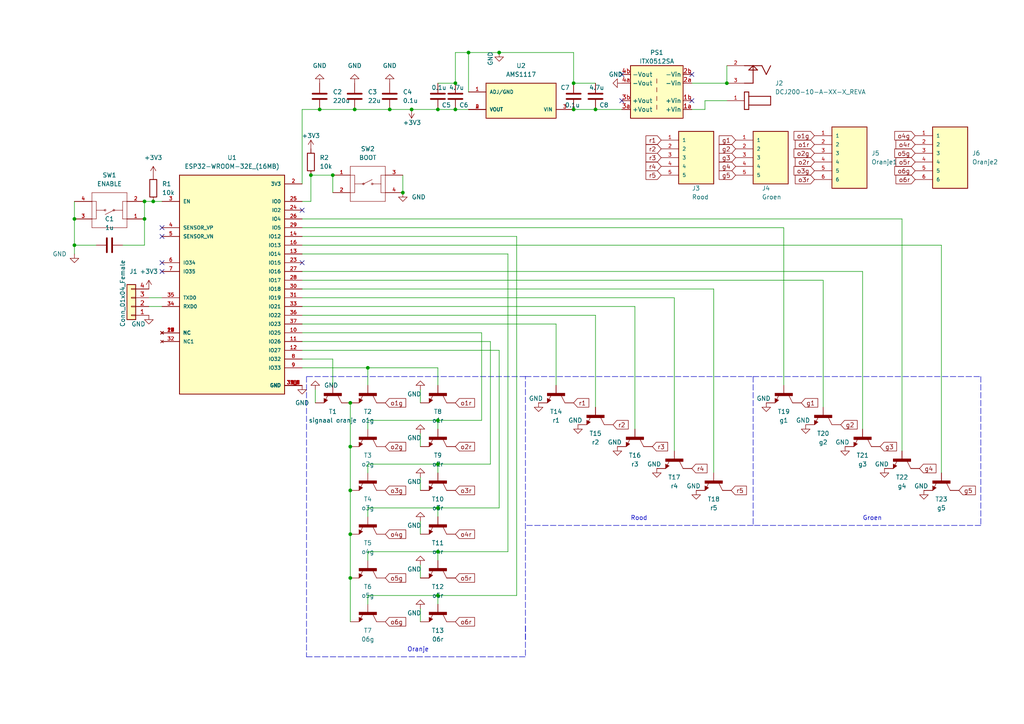
<source format=kicad_sch>
(kicad_sch (version 20211123) (generator eeschema)
  (paper "A4")
  (lib_symbols
    (symbol "1825910-6:1825910-6" (pin_names (offset 1.016) hide)
      (property "Reference" "SW" (at -5.08 5.842 0))
      (property "Value" "1825910-6" (at -5.08 -7.62 0))
      (symbol "1825910-6_0_0"
        (circle (center -1.27 0) (radius 0.254) (stroke (width 0.127)))
        (polyline (pts (xy -5.08 -5.08) (xy 5.08 -5.08)) (stroke (width 0.127)))
        (polyline (pts (xy -5.08 -2.54) (xy -5.08 -5.08)) (stroke (width 0.127)))
        (polyline (pts (xy -5.08 2.54) (xy -5.08 -2.54)) (stroke (width 0.127)))
        (polyline (pts (xy -5.08 2.54) (xy -3.81 2.54)) (stroke (width 0.127)))
        (polyline (pts (xy -5.08 5.08) (xy -5.08 2.54)) (stroke (width 0.127)))
        (polyline (pts (xy -5.08 5.08) (xy 5.08 5.08)) (stroke (width 0.127)))
        (polyline (pts (xy -3.81 -2.54) (xy -5.08 -2.54)) (stroke (width 0.127)))
        (polyline (pts (xy -3.81 0) (xy -3.81 -2.54)) (stroke (width 0.127)))
        (polyline (pts (xy -3.81 0) (xy -1.27 0)) (stroke (width 0.127)))
        (polyline (pts (xy -3.81 2.54) (xy -3.81 0)) (stroke (width 0.127)))
        (polyline (pts (xy -1.27 0) (xy 1.27 1.27)) (stroke (width 0.127)))
        (polyline (pts (xy 1.27 0) (xy 3.81 0)) (stroke (width 0.127)))
        (polyline (pts (xy 3.81 -2.54) (xy 5.08 -2.54)) (stroke (width 0.127)))
        (polyline (pts (xy 3.81 0) (xy 3.81 -2.54)) (stroke (width 0.127)))
        (polyline (pts (xy 3.81 0) (xy 3.81 2.54)) (stroke (width 0.127)))
        (polyline (pts (xy 3.81 2.54) (xy 5.08 2.54)) (stroke (width 0.127)))
        (polyline (pts (xy 5.08 -2.54) (xy 5.08 -5.08)) (stroke (width 0.127)))
        (polyline (pts (xy 5.08 2.54) (xy 5.08 -2.54)) (stroke (width 0.127)))
        (polyline (pts (xy 5.08 5.08) (xy 5.08 2.54)) (stroke (width 0.127)))
        (circle (center 1.27 0) (radius 0.254) (stroke (width 0.127)))
        (pin passive line (at -10.16 2.54 0) (length 5.08) (name "~") (number "1"))
        (pin passive line (at -10.16 -2.54 0) (length 5.08) (name "~") (number "2"))
        (pin passive line (at 10.16 2.54 180) (length 5.08) (name "~") (number "3"))
        (pin passive line (at 10.16 -2.54 180) (length 5.08) (name "~") (number "4"))
      )
    )
    (symbol "282841-5:282841-5" (pin_names (offset 1.016))
      (property "Reference" "J" (at -5.588 7.62 0))
      (property "Value" "282841-5" (at -5.08 -10.16 0))
      (symbol "282841-5_0_0"
        (rectangle (start -5.08 -7.62) (end 5.08 7.62) (stroke (width 0.254)) (fill (type background)))
        (pin passive line (at -10.16 5.08 0) (length 5.08) (name "1") (number "1"))
        (pin passive line (at -10.16 2.54 0) (length 5.08) (name "2") (number "2"))
        (pin passive line (at -10.16 0 0) (length 5.08) (name "3") (number "3"))
        (pin passive line (at -10.16 -2.54 0) (length 5.08) (name "4") (number "4"))
        (pin passive line (at -10.16 -5.08 0) (length 5.08) (name "5") (number "5"))
      )
    )
    (symbol "282841-6:282841-6" (pin_names (offset 1.016))
      (property "Reference" "J" (at -5.588 10.16 0))
      (property "Value" "282841-6" (at -5.08 -10.16 0))
      (symbol "282841-6_0_0"
        (rectangle (start -5.08 -7.62) (end 5.08 10.16) (stroke (width 0.254)) (fill (type background)))
        (pin passive line (at -10.16 7.62 0) (length 5.08) (name "1") (number "1"))
        (pin passive line (at -10.16 5.08 0) (length 5.08) (name "2") (number "2"))
        (pin passive line (at -10.16 2.54 0) (length 5.08) (name "3") (number "3"))
        (pin passive line (at -10.16 0 0) (length 5.08) (name "4") (number "4"))
        (pin passive line (at -10.16 -2.54 0) (length 5.08) (name "5") (number "5"))
        (pin passive line (at -10.16 -5.08 0) (length 5.08) (name "6") (number "6"))
      )
    )
    (symbol "AMS1117:AMS1117" (pin_names (offset 1.016))
      (property "Reference" "U" (at -10.16 5.588 0))
      (property "Value" "AMS1117" (at -10.16 -8.128 0))
      (symbol "AMS1117_0_0"
        (rectangle (start -10.16 -5.08) (end 10.16 5.08) (stroke (width 0.254)) (fill (type background)))
        (pin power_in line (at 15.24 -2.54 180) (length 5.08) (name "ADJ/GND") (number "1"))
        (pin output line (at 15.24 2.54 180) (length 5.08) (name "VOUT") (number "2"))
        (pin input line (at -15.24 2.54 0) (length 5.08) (name "VIN") (number "3"))
        (pin output line (at 15.24 2.54 180) (length 5.08) (name "VOUT") (number "4"))
      )
    )
    (symbol "BC848:BC848" (pin_numbers hide) (pin_names (offset 1.016) hide)
      (property "Reference" "T" (at -10.1854 7.6454 0))
      (property "Value" "BC848" (at -10.16 5.08 0))
      (symbol "BC848_0_0"
        (rectangle (start -0.254 -2.54) (end 0.508 2.54) (fill (type outline)))
        (polyline (pts (xy 1.27 -2.54) (xy 1.778 -1.524)) (stroke (width 0.1524)))
        (polyline (pts (xy 1.524 -2.413) (xy 2.286 -2.413)) (stroke (width 0.254)))
        (polyline (pts (xy 1.524 -2.286) (xy 1.905 -2.286)) (stroke (width 0.254)))
        (polyline (pts (xy 1.5494 -2.032) (xy 0.3048 -1.4224)) (stroke (width 0.1524)))
        (polyline (pts (xy 1.778 -1.778) (xy 1.524 -2.286)) (stroke (width 0.254)))
        (polyline (pts (xy 1.778 -1.524) (xy 2.54 -2.54)) (stroke (width 0.1524)))
        (polyline (pts (xy 1.905 -2.286) (xy 1.778 -2.032)) (stroke (width 0.254)))
        (polyline (pts (xy 2.286 -2.413) (xy 1.778 -1.778)) (stroke (width 0.254)))
        (polyline (pts (xy 2.54 -2.54) (xy 1.27 -2.54)) (stroke (width 0.1524)))
        (polyline (pts (xy 2.54 2.54) (xy 0.508 1.524)) (stroke (width 0.1524)))
        (pin passive line (at -2.54 0 0) (length 2.54) (name "~") (number "1"))
        (pin passive line (at 2.54 -5.08 90) (length 2.54) (name "~") (number "2"))
        (pin passive line (at 2.54 5.08 270) (length 2.54) (name "~") (number "3"))
      )
    )
    (symbol "Connector_Generic:Conn_01x04" (pin_names (offset 1.016) hide)
      (property "Reference" "J" (at 0 5.08 0))
      (property "Value" "Conn_01x04" (at 0 -7.62 0))
      (symbol "Conn_01x04_1_1"
        (rectangle (start -1.27 -4.953) (end 0 -5.207) (stroke (width 0.1524)))
        (rectangle (start -1.27 -2.413) (end 0 -2.667) (stroke (width 0.1524)))
        (rectangle (start -1.27 0.127) (end 0 -0.127) (stroke (width 0.1524)))
        (rectangle (start -1.27 2.667) (end 0 2.413) (stroke (width 0.1524)))
        (rectangle (start -1.27 3.81) (end 1.27 -6.35) (stroke (width 0.254)) (fill (type background)))
        (pin passive line (at -5.08 2.54 0) (length 3.81) (name "Pin_1") (number "1"))
        (pin passive line (at -5.08 0 0) (length 3.81) (name "Pin_2") (number "2"))
        (pin passive line (at -5.08 -2.54 0) (length 3.81) (name "Pin_3") (number "3"))
        (pin passive line (at -5.08 -5.08 0) (length 3.81) (name "Pin_4") (number "4"))
      )
    )
    (symbol "Converter_DCDC:ITX0512SA"
      (property "Reference" "PS1" (at 0 -11.43 0))
      (property "Value" "ITX0512SA" (at 0 -8.89 0))
      (symbol "ITX0512SA_0_0"
        (pin power_in line (at -10.16 5.08 0) (length 2.54) (name "+Vin") (number "1a"))
        (pin power_in line (at -10.16 2.54 0) (length 2.54) (name "+Vin") (number "1b"))
        (pin power_in line (at -10.16 -2.54 0) (length 2.54) (name "-Vin") (number "2a"))
        (pin power_in line (at -10.16 -5.08 0) (length 2.54) (name "-Vin") (number "2b"))
        (pin power_out line (at 10.16 5.08 180) (length 2.54) (name "+Vout") (number "3a"))
        (pin power_out line (at 10.16 2.54 180) (length 2.54) (name "+Vout") (number "3b"))
        (pin power_out line (at 10.16 -2.54 180) (length 2.54) (name "-Vout") (number "4a"))
        (pin power_out line (at 10.16 -5.08 180) (length 2.54) (name "-Vout") (number "4b"))
      )
      (symbol "ITX0512SA_0_1"
        (rectangle (start -7.62 7.62) (end 7.62 -7.62) (stroke (width 0.254)) (fill (type background)))
        (polyline (pts (xy 0 -2.54) (xy 0 -3.81)))
        (polyline (pts (xy 0 0) (xy 0 -1.27)))
        (polyline (pts (xy 0 2.54) (xy 0 1.27)))
        (polyline (pts (xy 0 5.08) (xy 0 3.81)))
      )
    )
    (symbol "DCJ200-10-A-XX-X_REVA:DCJ200-10-A-XX-X_REVA" (pin_names (offset 1.016) hide)
      (property "Reference" "J" (at -5.08 7.62 0))
      (property "Value" "DCJ200-10-A-XX-X_REVA" (at -5.08 -7.62 0))
      (symbol "DCJ200-10-A-XX-X_REVA_0_0"
        (polyline (pts (xy -5.08 3.81) (xy 1.27 3.81)) (stroke (width 0.254)))
        (polyline (pts (xy -5.08 6.35) (xy -5.08 3.81)) (stroke (width 0.254)))
        (polyline (pts (xy -3.81 -2.54) (xy -5.08 -5.08)) (stroke (width 0.254)))
        (polyline (pts (xy -2.54 -5.08) (xy -3.81 -2.54)) (stroke (width 0.254)))
        (polyline (pts (xy -1.27 -3.81) (xy 1.27 -3.81)) (stroke (width 0.254)))
        (polyline (pts (xy 0 -5.08) (xy -2.54 -5.08)) (stroke (width 0.254)))
        (polyline (pts (xy 0 -5.08) (xy -1.27 -3.81)) (stroke (width 0.254)))
        (polyline (pts (xy 0 0) (xy 0 -5.08)) (stroke (width 0.254)))
        (polyline (pts (xy 1.27 -3.81) (xy 0 -5.08)) (stroke (width 0.254)))
        (polyline (pts (xy 1.27 2.54) (xy 2.54 2.54)) (stroke (width 0.254)))
        (polyline (pts (xy 1.27 3.81) (xy 1.27 2.54)) (stroke (width 0.254)))
        (polyline (pts (xy 1.27 6.35) (xy -5.08 6.35)) (stroke (width 0.254)))
        (polyline (pts (xy 1.27 6.35) (xy 1.27 3.81)) (stroke (width 0.254)))
        (polyline (pts (xy 1.27 7.62) (xy 1.27 6.35)) (stroke (width 0.254)))
        (polyline (pts (xy 2.54 -5.08) (xy 0 -5.08)) (stroke (width 0.254)))
        (polyline (pts (xy 2.54 0) (xy 0 0)) (stroke (width 0.254)))
        (polyline (pts (xy 2.54 2.54) (xy 2.54 7.62)) (stroke (width 0.254)))
        (polyline (pts (xy 2.54 7.62) (xy 1.27 7.62)) (stroke (width 0.254)))
        (pin passive line (at 7.62 5.08 180) (length 5.08) (name "~") (number "1"))
        (pin passive line (at 7.62 -5.08 180) (length 5.08) (name "~") (number "2"))
        (pin passive line (at 7.62 0 180) (length 5.08) (name "~") (number "3"))
      )
    )
    (symbol "Device:C" (pin_numbers hide) (pin_names (offset 0.254))
      (property "Reference" "C" (at 0.635 2.54 0))
      (property "Value" "C" (at 0.635 -2.54 0))
      (symbol "C_0_1"
        (polyline (pts (xy -2.032 -0.762) (xy 2.032 -0.762)) (stroke (width 0.508)))
        (polyline (pts (xy -2.032 0.762) (xy 2.032 0.762)) (stroke (width 0.508)))
      )
      (symbol "C_1_1"
        (pin passive line (at 0 3.81 270) (length 2.794) (name "~") (number "1"))
        (pin passive line (at 0 -3.81 90) (length 2.794) (name "~") (number "2"))
      )
    )
    (symbol "Device:R" (pin_numbers hide) (pin_names (offset 0))
      (property "Reference" "R" (at 2.032 0 90))
      (property "Value" "R" (at 0 0 90))
      (symbol "R_0_1"
        (rectangle (start -1.016 -2.54) (end 1.016 2.54) (stroke (width 0.254)))
      )
      (symbol "R_1_1"
        (pin passive line (at 0 3.81 270) (length 1.27) (name "~") (number "1"))
        (pin passive line (at 0 -3.81 90) (length 1.27) (name "~") (number "2"))
      )
    )
    (symbol "ESP32-WROOM-32E__16MB_:ESP32-WROOM-32E_(16MB)" (pin_names (offset 1.016))
      (property "Reference" "U" (at -15.24 33.909 0))
      (property "Value" "ESP32-WROOM-32E_(16MB)" (at -15.24 -33.02 0))
      (symbol "ESP32-WROOM-32E_(16MB)_0_0"
        (rectangle (start -15.24 -30.48) (end 15.24 33.02) (stroke (width 0.254)) (fill (type background)))
        (pin power_in line (at 20.32 -27.94 180) (length 5.08) (name "GND") (number "1"))
        (pin bidirectional line (at 20.32 -12.7 180) (length 5.08) (name "IO25") (number "10"))
        (pin bidirectional line (at 20.32 -15.24 180) (length 5.08) (name "IO26") (number "11"))
        (pin bidirectional line (at 20.32 -17.78 180) (length 5.08) (name "IO27") (number "12"))
        (pin bidirectional line (at 20.32 10.16 180) (length 5.08) (name "IO14") (number "13"))
        (pin bidirectional line (at 20.32 15.24 180) (length 5.08) (name "IO12") (number "14"))
        (pin power_in line (at 20.32 -27.94 180) (length 5.08) (name "GND") (number "15"))
        (pin bidirectional line (at 20.32 12.7 180) (length 5.08) (name "IO13") (number "16"))
        (pin no_connect line (at -20.32 -12.7 0) (length 5.08) (name "NC") (number "17"))
        (pin no_connect line (at -20.32 -12.7 0) (length 5.08) (name "NC") (number "18"))
        (pin no_connect line (at -20.32 -12.7 0) (length 5.08) (name "NC") (number "19"))
        (pin power_in line (at 20.32 30.48 180) (length 5.08) (name "3V3") (number "2"))
        (pin no_connect line (at -20.32 -12.7 0) (length 5.08) (name "NC") (number "20"))
        (pin no_connect line (at -20.32 -12.7 0) (length 5.08) (name "NC") (number "21"))
        (pin no_connect line (at -20.32 -12.7 0) (length 5.08) (name "NC") (number "22"))
        (pin bidirectional line (at 20.32 7.62 180) (length 5.08) (name "IO15") (number "23"))
        (pin bidirectional line (at 20.32 22.86 180) (length 5.08) (name "IO2") (number "24"))
        (pin bidirectional line (at 20.32 25.4 180) (length 5.08) (name "IO0") (number "25"))
        (pin bidirectional line (at 20.32 20.32 180) (length 5.08) (name "IO4") (number "26"))
        (pin bidirectional line (at 20.32 5.08 180) (length 5.08) (name "IO16") (number "27"))
        (pin bidirectional line (at 20.32 2.54 180) (length 5.08) (name "IO17") (number "28"))
        (pin bidirectional line (at 20.32 17.78 180) (length 5.08) (name "IO5") (number "29"))
        (pin input line (at -20.32 25.4 0) (length 5.08) (name "EN") (number "3"))
        (pin bidirectional line (at 20.32 0 180) (length 5.08) (name "IO18") (number "30"))
        (pin bidirectional line (at 20.32 -2.54 180) (length 5.08) (name "IO19") (number "31"))
        (pin no_connect line (at -20.32 -15.24 0) (length 5.08) (name "NC1") (number "32"))
        (pin bidirectional line (at 20.32 -5.08 180) (length 5.08) (name "IO21") (number "33"))
        (pin bidirectional line (at -20.32 -5.08 0) (length 5.08) (name "RXD0") (number "34"))
        (pin bidirectional line (at -20.32 -2.54 0) (length 5.08) (name "TXD0") (number "35"))
        (pin bidirectional line (at 20.32 -7.62 180) (length 5.08) (name "IO22") (number "36"))
        (pin bidirectional line (at 20.32 -10.16 180) (length 5.08) (name "IO23") (number "37"))
        (pin power_in line (at 20.32 -27.94 180) (length 5.08) (name "GND") (number "38"))
        (pin power_in line (at 20.32 -27.94 180) (length 5.08) (name "GND") (number "39_1"))
        (pin power_in line (at 20.32 -27.94 180) (length 5.08) (name "GND") (number "39_2"))
        (pin power_in line (at 20.32 -27.94 180) (length 5.08) (name "GND") (number "39_3"))
        (pin power_in line (at 20.32 -27.94 180) (length 5.08) (name "GND") (number "39_4"))
        (pin power_in line (at 20.32 -27.94 180) (length 5.08) (name "GND") (number "39_5"))
        (pin power_in line (at 20.32 -27.94 180) (length 5.08) (name "GND") (number "39_6"))
        (pin power_in line (at 20.32 -27.94 180) (length 5.08) (name "GND") (number "39_7"))
        (pin power_in line (at 20.32 -27.94 180) (length 5.08) (name "GND") (number "39_8"))
        (pin power_in line (at 20.32 -27.94 180) (length 5.08) (name "GND") (number "39_9"))
        (pin input line (at -20.32 17.78 0) (length 5.08) (name "SENSOR_VP") (number "4"))
        (pin input line (at -20.32 15.24 0) (length 5.08) (name "SENSOR_VN") (number "5"))
        (pin input line (at -20.32 7.62 0) (length 5.08) (name "IO34") (number "6"))
        (pin input line (at -20.32 5.08 0) (length 5.08) (name "IO35") (number "7"))
        (pin bidirectional line (at 20.32 -20.32 180) (length 5.08) (name "IO32") (number "8"))
        (pin bidirectional line (at 20.32 -22.86 180) (length 5.08) (name "IO33") (number "9"))
      )
    )
    (symbol "power:+3V3" (power) (pin_names (offset 0))
      (property "Value" "+3V3" (at 0 3.556 0))
      (symbol "+3V3_0_1"
        (polyline (pts (xy -0.762 1.27) (xy 0 2.54)))
        (polyline (pts (xy 0 0) (xy 0 2.54)))
        (polyline (pts (xy 0 2.54) (xy 0.762 1.27)))
      )
      (symbol "+3V3_1_1"
        (pin power_in line (at 0 0 90) (length 0) hide (name "+3V3") (number "1"))
      )
    )
    (symbol "power:GND" (power) (pin_names (offset 0))
      (property "Value" "GND" (at 0 -3.81 0))
      (symbol "GND_0_1"
        (polyline (pts (xy 0 0) (xy 0 -1.27) (xy 1.27 -1.27) (xy 0 -2.54) (xy -1.27 -1.27) (xy 0 -1.27)))
      )
      (symbol "GND_1_1"
        (pin power_in line (at 0 0 270) (length 0) hide (name "GND") (number "1"))
      )
    )
  )
  (junction (at 135.89 15.24))
  (junction (at 96.52 50.8))
  (junction (at 101.6 154.94))
  (junction (at 101.6 167.64))
  (junction (at 132.08 24.13))
  (junction (at 210.82 24.13))
  (junction (at 21.59 63.5))
  (junction (at 166.37 31.75))
  (junction (at 41.91 63.5))
  (junction (at 127 147.32))
  (junction (at 166.37 24.13))
  (junction (at 102.87 31.75))
  (junction (at 127 121.92))
  (junction (at 119.38 31.75))
  (junction (at 90.17 50.8))
  (junction (at 132.08 31.75))
  (junction (at 44.45 58.42))
  (junction (at 127 160.02))
  (junction (at 113.03 31.75))
  (junction (at 101.6 142.24))
  (junction (at 144.78 15.24))
  (junction (at 127 172.72))
  (junction (at 172.72 31.75))
  (junction (at 101.6 129.54))
  (junction (at 127 134.62))
  (junction (at 116.84 55.88))
  (junction (at 101.6 116.84))
  (junction (at 21.59 71.12))
  (junction (at 127 31.75))
  (junction (at 41.91 58.42))
  (junction (at 92.71 31.75))
  (junction (at 106.68 106.68))
  (no_connect (at 87.63 60.96))
  (no_connect (at 87.63 76.2))
  (no_connect (at 46.99 66.04))
  (no_connect (at 180.34 29.21))
  (no_connect (at 46.99 68.58))
  (no_connect (at 200.66 29.21))
  (no_connect (at 200.66 21.59))
  (no_connect (at 46.99 78.74))
  (no_connect (at 46.99 76.2))
  (no_connect (at 180.34 21.59))
  (polyline (pts (xy 152.4 181.61) (xy 152.4 190.5)))
  (wire (pts (xy 139.7 96.52) (xy 139.7 121.92)))
  (wire (pts (xy 87.63 31.75) (xy 87.63 53.34)))
  (wire (pts (xy 101.6 142.24) (xy 101.6 154.94)))
  (polyline (pts (xy 152.4 185.42) (xy 152.4 109.22)))
  (wire (pts (xy 41.91 71.12) (xy 41.91 63.5)))
  (wire (pts (xy 238.76 81.28) (xy 87.63 81.28)))
  (wire (pts (xy 227.33 111.76) (xy 227.33 66.04)))
  (wire (pts (xy 116.84 50.8) (xy 116.84 55.88)))
  (wire (pts (xy 101.6 129.54) (xy 101.6 142.24)))
  (wire (pts (xy 43.18 86.36) (xy 46.99 86.36)))
  (wire (pts (xy 273.05 137.16) (xy 273.05 71.12)))
  (wire (pts (xy 127 147.32) (xy 144.78 147.32)))
  (wire (pts (xy 121.92 151.13) (xy 121.92 154.94)))
  (wire (pts (xy 127 111.76) (xy 127 106.68)))
  (polyline (pts (xy 284.48 152.4) (xy 218.44 152.4)))
  (wire (pts (xy 106.68 106.68) (xy 87.63 106.68)))
  (wire (pts (xy 261.62 63.5) (xy 87.63 63.5)))
  (wire (pts (xy 127 31.75) (xy 132.08 31.75)))
  (wire (pts (xy 106.68 149.86) (xy 106.68 147.32)))
  (wire (pts (xy 204.47 29.21) (xy 204.47 31.75)))
  (wire (pts (xy 121.92 138.43) (xy 121.92 142.24)))
  (wire (pts (xy 166.37 24.13) (xy 172.72 24.13)))
  (wire (pts (xy 121.92 163.83) (xy 121.92 167.64)))
  (wire (pts (xy 135.89 15.24) (xy 135.89 26.67)))
  (wire (pts (xy 261.62 130.81) (xy 261.62 63.5)))
  (wire (pts (xy 106.68 175.26) (xy 106.68 172.72)))
  (wire (pts (xy 144.78 101.6) (xy 144.78 147.32)))
  (wire (pts (xy 166.37 15.24) (xy 144.78 15.24)))
  (wire (pts (xy 127 121.92) (xy 139.7 121.92)))
  (wire (pts (xy 119.38 31.75) (xy 113.03 31.75)))
  (wire (pts (xy 91.44 113.03) (xy 91.44 116.84)))
  (wire (pts (xy 161.29 93.98) (xy 161.29 111.76)))
  (wire (pts (xy 106.68 162.56) (xy 106.68 160.02)))
  (wire (pts (xy 127 172.72) (xy 127 175.26)))
  (polyline (pts (xy 88.9 109.22) (xy 88.9 190.5)))
  (wire (pts (xy 227.33 66.04) (xy 87.63 66.04)))
  (wire (pts (xy 87.63 93.98) (xy 161.29 93.98)))
  (wire (pts (xy 101.6 116.84) (xy 101.6 129.54)))
  (wire (pts (xy 106.68 124.46) (xy 106.68 121.92)))
  (wire (pts (xy 135.89 15.24) (xy 132.08 15.24)))
  (wire (pts (xy 87.63 99.06) (xy 142.24 99.06)))
  (wire (pts (xy 147.32 73.66) (xy 147.32 160.02)))
  (wire (pts (xy 144.78 15.24) (xy 135.89 15.24)))
  (wire (pts (xy 21.59 71.12) (xy 27.94 71.12)))
  (wire (pts (xy 149.86 68.58) (xy 149.86 172.72)))
  (wire (pts (xy 87.63 101.6) (xy 144.78 101.6)))
  (wire (pts (xy 87.63 96.52) (xy 139.7 96.52)))
  (wire (pts (xy 273.05 71.12) (xy 87.63 71.12)))
  (wire (pts (xy 121.92 176.53) (xy 121.92 180.34)))
  (wire (pts (xy 207.01 137.16) (xy 207.01 83.82)))
  (wire (pts (xy 21.59 63.5) (xy 21.59 71.12)))
  (wire (pts (xy 87.63 31.75) (xy 92.71 31.75)))
  (wire (pts (xy 200.66 31.75) (xy 204.47 31.75)))
  (wire (pts (xy 102.87 31.75) (xy 113.03 31.75)))
  (wire (pts (xy 44.45 58.42) (xy 46.99 58.42)))
  (wire (pts (xy 41.91 58.42) (xy 44.45 58.42)))
  (wire (pts (xy 21.59 71.12) (xy 21.59 73.66)))
  (wire (pts (xy 250.19 78.74) (xy 87.63 78.74)))
  (wire (pts (xy 210.82 19.05) (xy 210.82 24.13)))
  (wire (pts (xy 207.01 83.82) (xy 87.63 83.82)))
  (wire (pts (xy 90.17 50.8) (xy 96.52 50.8)))
  (wire (pts (xy 195.58 130.81) (xy 195.58 86.36)))
  (wire (pts (xy 87.63 73.66) (xy 147.32 73.66)))
  (wire (pts (xy 127 24.13) (xy 132.08 24.13)))
  (wire (pts (xy 87.63 91.44) (xy 172.72 91.44)))
  (wire (pts (xy 127 121.92) (xy 127 124.46)))
  (wire (pts (xy 132.08 31.75) (xy 135.89 31.75)))
  (wire (pts (xy 106.68 137.16) (xy 106.68 134.62)))
  (polyline (pts (xy 152.4 109.22) (xy 218.44 109.22)))
  (wire (pts (xy 90.17 50.8) (xy 90.17 58.42)))
  (polyline (pts (xy 152.4 109.22) (xy 88.9 109.22)))
  (wire (pts (xy 121.92 113.03) (xy 121.92 116.84)))
  (wire (pts (xy 96.52 104.14) (xy 96.52 111.76)))
  (wire (pts (xy 106.68 147.32) (xy 127 147.32)))
  (wire (pts (xy 101.6 167.64) (xy 101.6 180.34)))
  (wire (pts (xy 184.15 88.9) (xy 87.63 88.9)))
  (wire (pts (xy 172.72 91.44) (xy 172.72 118.11)))
  (wire (pts (xy 238.76 118.11) (xy 238.76 81.28)))
  (wire (pts (xy 106.68 121.92) (xy 127 121.92)))
  (wire (pts (xy 106.68 160.02) (xy 127 160.02)))
  (wire (pts (xy 41.91 63.5) (xy 41.91 58.42)))
  (wire (pts (xy 127 106.68) (xy 106.68 106.68)))
  (polyline (pts (xy 284.48 109.22) (xy 284.48 152.4)))
  (wire (pts (xy 90.17 58.42) (xy 87.63 58.42)))
  (wire (pts (xy 106.68 134.62) (xy 127 134.62)))
  (wire (pts (xy 195.58 86.36) (xy 87.63 86.36)))
  (wire (pts (xy 127 134.62) (xy 127 137.16)))
  (wire (pts (xy 87.63 104.14) (xy 96.52 104.14)))
  (wire (pts (xy 121.92 125.73) (xy 121.92 129.54)))
  (wire (pts (xy 21.59 63.5) (xy 21.59 58.42)))
  (wire (pts (xy 142.24 99.06) (xy 142.24 134.62)))
  (wire (pts (xy 101.6 154.94) (xy 101.6 167.64)))
  (wire (pts (xy 119.38 31.75) (xy 127 31.75)))
  (wire (pts (xy 172.72 31.75) (xy 166.37 31.75)))
  (wire (pts (xy 43.18 88.9) (xy 46.99 88.9)))
  (wire (pts (xy 132.08 15.24) (xy 132.08 24.13)))
  (wire (pts (xy 127 160.02) (xy 127 162.56)))
  (polyline (pts (xy 218.44 109.22) (xy 218.44 152.4)))
  (polyline (pts (xy 218.44 109.22) (xy 284.48 109.22)))
  (wire (pts (xy 127 147.32) (xy 127 149.86)))
  (wire (pts (xy 35.56 71.12) (xy 41.91 71.12)))
  (wire (pts (xy 180.34 31.75) (xy 172.72 31.75)))
  (wire (pts (xy 106.68 106.68) (xy 106.68 111.76)))
  (wire (pts (xy 96.52 50.8) (xy 96.52 55.88)))
  (wire (pts (xy 127 160.02) (xy 147.32 160.02)))
  (polyline (pts (xy 218.44 152.4) (xy 152.4 152.4)))
  (wire (pts (xy 184.15 124.46) (xy 184.15 88.9)))
  (wire (pts (xy 166.37 24.13) (xy 166.37 15.24)))
  (wire (pts (xy 106.68 172.72) (xy 127 172.72)))
  (wire (pts (xy 87.63 68.58) (xy 149.86 68.58)))
  (wire (pts (xy 204.47 29.21) (xy 210.82 29.21)))
  (wire (pts (xy 127 134.62) (xy 142.24 134.62)))
  (polyline (pts (xy 88.9 190.5) (xy 152.4 190.5)))
  (wire (pts (xy 200.66 24.13) (xy 210.82 24.13)))
  (wire (pts (xy 149.86 172.72) (xy 127 172.72)))
  (wire (pts (xy 92.71 31.75) (xy 102.87 31.75)))
  (wire (pts (xy 250.19 124.46) (xy 250.19 78.74)))
  (text "Oranje" (at 118.11 189.23 0) (effects (font (size 1.27 1.27)) (justify left bottom)))
  (text "Groen" (at 250.19 151.13 0) (effects (font (size 1.27 1.27)) (justify left bottom)))
  (text "Rood" (at 182.88 151.13 0) (effects (font (size 1.27 1.27)) (justify left bottom)))
  (global_label "g2" (shape input) (at 213.36 43.18 180) (property "Intersheet References" "${INTERSHEET_REFS}" (effects hide)))
  (global_label "r1" (shape input) (at 166.37 116.84 0) (property "Intersheet References" "${INTERSHEET_REFS}" (effects hide)))
  (global_label "o5g" (shape input) (at 111.76 167.64 0) (property "Intersheet References" "${INTERSHEET_REFS}" (effects hide)))
  (global_label "o3r" (shape input) (at 132.08 142.24 0) (property "Intersheet References" "${INTERSHEET_REFS}" (effects hide)))
  (global_label "o2r" (shape input) (at 132.08 129.54 0) (property "Intersheet References" "${INTERSHEET_REFS}" (effects hide)))
  (global_label "g4" (shape input) (at 266.7 135.89 0) (property "Intersheet References" "${INTERSHEET_REFS}" (effects hide)))
  (global_label "o1r" (shape input) (at 236.22 41.91 180) (property "Intersheet References" "${INTERSHEET_REFS}" (effects hide)))
  (global_label "r5" (shape input) (at 191.77 50.8 180) (property "Intersheet References" "${INTERSHEET_REFS}" (effects hide)))
  (global_label "o4g" (shape input) (at 111.76 154.94 0) (property "Intersheet References" "${INTERSHEET_REFS}" (effects hide)))
  (global_label "g5" (shape input) (at 213.36 50.8 180) (property "Intersheet References" "${INTERSHEET_REFS}" (effects hide)))
  (global_label "g1" (shape input) (at 232.41 116.84 0) (property "Intersheet References" "${INTERSHEET_REFS}" (effects hide)))
  (global_label "o2r" (shape input) (at 236.22 46.99 180) (property "Intersheet References" "${INTERSHEET_REFS}" (effects hide)))
  (global_label "o2g" (shape input) (at 111.76 129.54 0) (property "Intersheet References" "${INTERSHEET_REFS}" (effects hide)))
  (global_label "o6g" (shape input) (at 111.76 180.34 0) (property "Intersheet References" "${INTERSHEET_REFS}" (effects hide)))
  (global_label "o3r" (shape input) (at 236.22 52.07 180) (property "Intersheet References" "${INTERSHEET_REFS}" (effects hide)))
  (global_label "o5r" (shape input) (at 265.43 46.99 180) (property "Intersheet References" "${INTERSHEET_REFS}" (effects hide)))
  (global_label "o6r" (shape input) (at 265.43 52.07 180) (property "Intersheet References" "${INTERSHEET_REFS}" (effects hide)))
  (global_label "o5r" (shape input) (at 132.08 167.64 0) (property "Intersheet References" "${INTERSHEET_REFS}" (effects hide)))
  (global_label "g4" (shape input) (at 213.36 48.26 180) (property "Intersheet References" "${INTERSHEET_REFS}" (effects hide)))
  (global_label "o2g" (shape input) (at 236.22 44.45 180) (property "Intersheet References" "${INTERSHEET_REFS}" (effects hide)))
  (global_label "g3" (shape input) (at 255.27 129.54 0) (property "Intersheet References" "${INTERSHEET_REFS}" (effects hide)))
  (global_label "r1" (shape input) (at 191.77 40.64 180) (property "Intersheet References" "${INTERSHEET_REFS}" (effects hide)))
  (global_label "r4" (shape input) (at 200.66 135.89 0) (property "Intersheet References" "${INTERSHEET_REFS}" (effects hide)))
  (global_label "g3" (shape input) (at 213.36 45.72 180) (property "Intersheet References" "${INTERSHEET_REFS}" (effects hide)))
  (global_label "o4g" (shape input) (at 265.43 39.37 180) (property "Intersheet References" "${INTERSHEET_REFS}" (effects hide)))
  (global_label "o4r" (shape input) (at 132.08 154.94 0) (property "Intersheet References" "${INTERSHEET_REFS}" (effects hide)))
  (global_label "r5" (shape input) (at 212.09 142.24 0) (property "Intersheet References" "${INTERSHEET_REFS}" (effects hide)))
  (global_label "o6r" (shape input) (at 132.08 180.34 0) (property "Intersheet References" "${INTERSHEET_REFS}" (effects hide)))
  (global_label "o1r" (shape input) (at 132.08 116.84 0) (property "Intersheet References" "${INTERSHEET_REFS}" (effects hide)))
  (global_label "g2" (shape input) (at 243.84 123.19 0) (property "Intersheet References" "${INTERSHEET_REFS}" (effects hide)))
  (global_label "o3g" (shape input) (at 111.76 142.24 0) (property "Intersheet References" "${INTERSHEET_REFS}" (effects hide)))
  (global_label "o1g" (shape input) (at 111.76 116.84 0) (property "Intersheet References" "${INTERSHEET_REFS}" (effects hide)))
  (global_label "r2" (shape input) (at 191.77 43.18 180) (property "Intersheet References" "${INTERSHEET_REFS}" (effects hide)))
  (global_label "r3" (shape input) (at 191.77 45.72 180) (property "Intersheet References" "${INTERSHEET_REFS}" (effects hide)))
  (global_label "r4" (shape input) (at 191.77 48.26 180) (property "Intersheet References" "${INTERSHEET_REFS}" (effects hide)))
  (global_label "o6g" (shape input) (at 265.43 49.53 180) (property "Intersheet References" "${INTERSHEET_REFS}" (effects hide)))
  (global_label "o5g" (shape input) (at 265.43 44.45 180) (property "Intersheet References" "${INTERSHEET_REFS}" (effects hide)))
  (global_label "r2" (shape input) (at 177.8 123.19 0) (property "Intersheet References" "${INTERSHEET_REFS}" (effects hide)))
  (global_label "r3" (shape input) (at 189.23 129.54 0) (property "Intersheet References" "${INTERSHEET_REFS}" (effects hide)))
  (global_label "o3g" (shape input) (at 236.22 49.53 180) (property "Intersheet References" "${INTERSHEET_REFS}" (effects hide)))
  (global_label "o4r" (shape input) (at 265.43 41.91 180) (property "Intersheet References" "${INTERSHEET_REFS}" (effects hide)))
  (global_label "g1" (shape input) (at 213.36 40.64 180) (property "Intersheet References" "${INTERSHEET_REFS}" (effects hide)))
  (global_label "o1g" (shape input) (at 236.22 39.37 180) (property "Intersheet References" "${INTERSHEET_REFS}" (effects hide)))
  (global_label "g5" (shape input) (at 278.13 142.24 0) (property "Intersheet References" "${INTERSHEET_REFS}" (effects hide)))
  (symbol (lib_id "power:GND") (at 121.92 151.13 180) (unit 1)
    (property "Reference" "#PWR0111" (effects hide))
    (property "Value" "GND" (at 118.11 152.4 0) (effects (justify right)))
  )
  (symbol (lib_id "power:GND") (at 222.25 116.84 0) (unit 1)
    (property "Reference" "#PWR0121" (effects hide))
    (property "Value" "GND" (at 223.52 115.57 0) (effects (justify right)))
  )
  (symbol (lib_id "BC848:BC848") (at 127 114.3 270) (unit 1)
    (property "Reference" "T8" (at 127 119.38 90))
    (property "Value" "o1r" (at 127 121.92 90))
    (property "Footprint" "libraries:SOT23" (effects hide))
  )
  (symbol (lib_id "power:GND") (at 267.97 142.24 0) (unit 1)
    (property "Reference" "#PWR0116" (effects hide))
    (property "Value" "GND" (at 269.24 140.97 0) (effects (justify right)))
  )
  (symbol (lib_id "power:GND") (at 121.92 176.53 180) (unit 1)
    (property "Reference" "#PWR0114" (effects hide))
    (property "Value" "GND" (at 118.11 177.8 0) (effects (justify right)))
  )
  (symbol (lib_id "BC848:BC848") (at 127 177.8 270) (unit 1)
    (property "Reference" "T13" (at 127 182.88 90))
    (property "Value" "06r" (at 127 185.42 90))
    (property "Footprint" "libraries:SOT23" (effects hide))
  )
  (symbol (lib_id "power:GND") (at 233.68 123.19 0) (unit 1)
    (property "Reference" "#PWR0120" (effects hide))
    (property "Value" "GND" (at 234.95 121.92 0) (effects (justify right)))
  )
  (symbol (lib_id "power:+3V3") (at 44.45 50.8 0) (unit 1)
    (property "Reference" "#PWR0129" (effects hide))
    (property "Value" "+3V3" (at 44.45 45.72 0))
  )
  (symbol (lib_id "DCJ200-10-A-XX-X_REVA:DCJ200-10-A-XX-X_REVA") (at 218.44 24.13 180) (unit 1)
    (property "Reference" "J2" (at 224.79 24.1299 0) (effects (justify right)))
    (property "Value" "DCJ200-10-A-XX-X_REVA" (at 224.79 26.6699 0) (effects (justify right)))
    (property "Footprint" "libraries:GCT_DCJ200-10-A-XX-X_REVA" (effects hide))
    (property "MANUFACTURER" "GCT" (effects hide))
  )
  (symbol (lib_id "power:GND") (at 156.21 116.84 0) (unit 1)
    (property "Reference" "#PWR0125" (effects hide))
    (property "Value" "GND" (at 157.48 115.57 0) (effects (justify right)))
  )
  (symbol (lib_id "BC848:BC848") (at 238.76 120.65 270) (unit 1)
    (property "Reference" "T20" (at 238.76 125.73 90))
    (property "Value" "g2" (at 238.76 128.27 90))
    (property "Footprint" "libraries:SOT23" (effects hide))
  )
  (symbol (lib_id "power:GND") (at 102.87 24.13 180) (unit 1)
    (property "Reference" "#PWR0101" (effects hide))
    (property "Value" "GND" (at 102.87 19.05 0))
  )
  (symbol (lib_id "282841-6:282841-6") (at 275.59 46.99 0) (unit 1)
    (property "Reference" "J6" (at 281.94 44.4499 0) (effects (justify left)))
    (property "Value" "Oranje2" (at 281.94 46.9899 0) (effects (justify left)))
    (property "Footprint" "libraries:TE_282841-6" (effects hide))
    (property "Comment" "282841-6" (effects hide))
    (property "EU_RoHS_Compliance" "Compliant with Exemptions" (effects hide))
  )
  (symbol (lib_id "power:GND") (at 87.63 111.76 0) (unit 1)
    (property "Reference" "#PWR0105" (effects hide))
    (property "Value" "GND" (at 87.63 116.84 0))
  )
  (symbol (lib_id "BC848:BC848") (at 184.15 127 270) (unit 1)
    (property "Reference" "T16" (at 184.15 132.08 90))
    (property "Value" "r3" (at 184.15 134.62 90))
    (property "Footprint" "libraries:SOT23" (effects hide))
  )
  (symbol (lib_id "ESP32-WROOM-32E__16MB_:ESP32-WROOM-32E_(16MB)") (at 67.31 83.82 0) (unit 1)
    (property "Reference" "U1" (at 67.31 45.72 0))
    (property "Value" "ESP32-WROOM-32E_(16MB)" (at 67.31 48.26 0))
    (property "Footprint" "libraries:XCVR_ESP32-WROOM-32E_(16MB)" (effects hide))
    (property "PARTREV" "1.4" (effects hide))
    (property "STANDARD" "Manufacturer Recommendations" (effects hide))
    (property "MAXIMUM_PACKAGE_HEIGHT" "3.25mm" (effects hide))
    (property "MANUFACTURER" "Espressif Systems" (effects hide))
  )
  (symbol (lib_id "BC848:BC848") (at 172.72 120.65 270) (unit 1)
    (property "Reference" "T15" (at 172.72 125.73 90))
    (property "Value" "r2" (at 172.72 128.27 90))
    (property "Footprint" "libraries:SOT23" (effects hide))
  )
  (symbol (lib_id "282841-5:282841-5") (at 201.93 45.72 0) (unit 1)
    (property "Reference" "J3" (at 200.66 54.61 0) (effects (justify left)))
    (property "Value" "Rood" (at 200.66 57.15 0) (effects (justify left)))
    (property "Footprint" "libraries:TE_282841-5" (effects hide))
    (property "Comment" "282841-5" (effects hide))
  )
  (symbol (lib_id "BC848:BC848") (at 106.68 165.1 270) (unit 1)
    (property "Reference" "T6" (at 106.68 170.18 90))
    (property "Value" "o5g" (at 106.68 172.72 90))
    (property "Footprint" "libraries:SOT23" (effects hide))
  )
  (symbol (lib_id "BC848:BC848") (at 273.05 139.7 270) (unit 1)
    (property "Reference" "T23" (at 273.05 144.78 90))
    (property "Value" "g5" (at 273.05 147.32 90))
    (property "Footprint" "libraries:SOT23" (effects hide))
  )
  (symbol (lib_id "BC848:BC848") (at 106.68 139.7 270) (unit 1)
    (property "Reference" "T4" (at 106.68 144.78 90))
    (property "Value" "o3g" (at 106.68 147.32 90))
    (property "Footprint" "libraries:SOT23" (effects hide))
  )
  (symbol (lib_id "1825910-6:1825910-6") (at 31.75 60.96 180) (unit 1)
    (property "Reference" "SW1" (at 31.75 50.8 0))
    (property "Value" "ENABLE" (at 31.75 53.34 0))
    (property "Footprint" "libraries:SW_1825910-6-4" (effects hide))
    (property "Comment" "1825910-6" (effects hide))
  )
  (symbol (lib_id "power:GND") (at 43.18 91.44 0) (unit 1)
    (property "Reference" "#PWR0124" (effects hide))
    (property "Value" "GND" (at 38.1 93.98 0) (effects (justify left)))
  )
  (symbol (lib_id "Device:C") (at 92.71 27.94 180) (unit 1)
    (property "Reference" "C2" (at 96.52 26.6699 0) (effects (justify right)))
    (property "Value" "220u" (at 96.52 29.2099 0) (effects (justify right)))
    (property "Footprint" "libraries:CAP_EEE0JA101WR" (effects hide))
  )
  (symbol (lib_id "BC848:BC848") (at 106.68 177.8 270) (unit 1)
    (property "Reference" "T7" (at 106.68 182.88 90))
    (property "Value" "06g" (at 106.68 185.42 90))
    (property "Footprint" "libraries:SOT23" (effects hide))
  )
  (symbol (lib_id "1825910-6:1825910-6") (at 106.68 53.34 0) (unit 1)
    (property "Reference" "SW2" (at 106.68 43.18 0))
    (property "Value" "BOOT" (at 106.68 45.72 0))
    (property "Footprint" "libraries:SW_1825910-6-4" (effects hide))
    (property "Comment" "1825910-6" (effects hide))
  )
  (symbol (lib_id "Device:C") (at 172.72 27.94 180) (unit 1)
    (property "Reference" "C8" (at 176.53 30.48 0) (effects (justify left)))
    (property "Value" "4.7u" (at 175.26 25.4 0) (effects (justify left)))
    (property "Footprint" "Capacitor_SMD:C_0805_2012Metric" (effects hide))
  )
  (symbol (lib_id "power:GND") (at 121.92 113.03 180) (unit 1)
    (property "Reference" "#PWR0109" (effects hide))
    (property "Value" "GND" (at 118.11 114.3 0) (effects (justify right)))
  )
  (symbol (lib_id "power:GND") (at 121.92 138.43 180) (unit 1)
    (property "Reference" "#PWR0110" (effects hide))
    (property "Value" "GND" (at 118.11 139.7 0) (effects (justify right)))
  )
  (symbol (lib_id "AMS1117:AMS1117") (at 151.13 29.21 180) (unit 1)
    (property "Reference" "U2" (at 151.13 19.05 0))
    (property "Value" "AMS1117" (at 151.13 21.59 0))
    (property "Footprint" "libraries:SOT229P700X180-4N" (effects hide))
    (property "MANUFACTURER" "AMS" (effects hide))
    (property "MAXIMUM_PACKAGE_HEIGHT" "1.8mm" (effects hide))
    (property "PARTREV" "N/A" (effects hide))
    (property "STANDARD" "IPC-7351B" (effects hide))
  )
  (symbol (lib_id "282841-6:282841-6") (at 246.38 46.99 0) (unit 1)
    (property "Reference" "J5" (at 252.73 44.4499 0) (effects (justify left)))
    (property "Value" "Oranje1" (at 252.73 46.9899 0) (effects (justify left)))
    (property "Footprint" "libraries:TE_282841-6" (effects hide))
    (property "Comment" "282841-6" (effects hide))
    (property "EU_RoHS_Compliance" "Compliant with Exemptions" (effects hide))
  )
  (symbol (lib_id "power:GND") (at 167.64 123.19 0) (unit 1)
    (property "Reference" "#PWR0126" (effects hide))
    (property "Value" "GND" (at 168.91 121.92 0) (effects (justify right)))
  )
  (symbol (lib_id "power:GND") (at 21.59 73.66 0) (unit 1)
    (property "Reference" "#PWR0128" (effects hide))
    (property "Value" "GND" (at 15.24 73.66 0) (effects (justify left)))
  )
  (symbol (lib_id "power:GND") (at 256.54 135.89 0) (unit 1)
    (property "Reference" "#PWR0115" (effects hide))
    (property "Value" "GND" (at 257.81 134.62 0) (effects (justify right)))
  )
  (symbol (lib_id "Device:C") (at 102.87 27.94 180) (unit 1)
    (property "Reference" "C3" (at 106.68 26.6699 0) (effects (justify right)))
    (property "Value" "22u" (at 106.68 29.2099 0) (effects (justify right)))
    (property "Footprint" "Capacitor_SMD:C_0805_2012Metric" (effects hide))
  )
  (symbol (lib_id "Connector_Generic:Conn_01x04") (at 38.1 88.9 180) (unit 1)
    (property "Reference" "J1" (at 38.735 78.74 0))
    (property "Value" "Conn_01x04_Female" (at 35.56 85.09 90))
    (property "Footprint" "Connector_PinHeader_2.54mm:PinHeader_1x04_P2.54mm_Vertical" (effects hide))
  )
  (symbol (lib_id "282841-5:282841-5") (at 223.52 45.72 0) (unit 1)
    (property "Reference" "J4" (at 220.98 54.61 0) (effects (justify left)))
    (property "Value" "Groen" (at 220.98 57.15 0) (effects (justify left)))
    (property "Footprint" "libraries:TE_282841-5" (effects hide))
    (property "Comment" "282841-5" (effects hide))
  )
  (symbol (lib_id "power:+3V3") (at 90.17 43.18 0) (unit 1)
    (property "Reference" "#PWR0106" (effects hide))
    (property "Value" "+3V3" (at 90.17 39.37 0))
  )
  (symbol (lib_id "Device:C") (at 166.37 27.94 0) (unit 1)
    (property "Reference" "C7" (at 162.56 25.4 0) (effects (justify left)))
    (property "Value" "0.1u" (at 163.83 30.48 0) (effects (justify left)))
    (property "Footprint" "Capacitor_SMD:C_0805_2012Metric" (effects hide))
  )
  (symbol (lib_id "BC848:BC848") (at 106.68 127 270) (unit 1)
    (property "Reference" "T3" (at 106.68 132.08 90))
    (property "Value" "o2g" (at 106.68 134.62 90))
    (property "Footprint" "libraries:SOT23" (effects hide))
  )
  (symbol (lib_id "BC848:BC848") (at 227.33 114.3 270) (unit 1)
    (property "Reference" "T19" (at 227.33 119.38 90))
    (property "Value" "g1" (at 227.33 121.92 90))
    (property "Footprint" "libraries:SOT23" (effects hide))
  )
  (symbol (lib_id "Device:C") (at 127 27.94 180) (unit 1)
    (property "Reference" "C5" (at 130.81 30.48 0) (effects (justify left)))
    (property "Value" "0.1u" (at 129.54 25.4 0) (effects (justify left)))
    (property "Footprint" "Capacitor_SMD:C_0805_2012Metric" (effects hide))
  )
  (symbol (lib_id "power:+3V3") (at 119.38 31.75 180) (unit 1)
    (property "Reference" "#PWR0122" (effects hide))
    (property "Value" "+3V3" (at 116.84 35.56 0) (effects (justify right)))
  )
  (symbol (lib_id "power:GND") (at 121.92 163.83 180) (unit 1)
    (property "Reference" "#PWR0113" (effects hide))
    (property "Value" "GND" (at 118.11 165.1 0) (effects (justify right)))
  )
  (symbol (lib_id "BC848:BC848") (at 207.01 139.7 270) (unit 1)
    (property "Reference" "T18" (at 207.01 144.78 90))
    (property "Value" "r5" (at 207.01 147.32 90))
    (property "Footprint" "libraries:SOT23" (effects hide))
  )
  (symbol (lib_id "power:+3V3") (at 43.18 83.82 0) (unit 1)
    (property "Reference" "#PWR0123" (effects hide))
    (property "Value" "+3V3" (at 43.18 78.74 0))
  )
  (symbol (lib_id "power:GND") (at 245.11 129.54 0) (unit 1)
    (property "Reference" "#PWR0117" (effects hide))
    (property "Value" "GND" (at 246.38 128.27 0) (effects (justify right)))
  )
  (symbol (lib_id "Device:C") (at 31.75 71.12 90) (unit 1)
    (property "Reference" "C1" (at 31.75 63.5 90))
    (property "Value" "1u" (at 31.75 66.04 90))
    (property "Footprint" "Capacitor_SMD:C_0805_2012Metric" (effects hide))
  )
  (symbol (lib_id "power:GND") (at 190.5 135.89 0) (unit 1)
    (property "Reference" "#PWR0118" (effects hide))
    (property "Value" "GND" (at 191.77 134.62 0) (effects (justify right)))
  )
  (symbol (lib_id "power:GND") (at 201.93 142.24 0) (unit 1)
    (property "Reference" "#PWR0127" (effects hide))
    (property "Value" "GND" (at 203.2 140.97 0) (effects (justify right)))
  )
  (symbol (lib_id "Device:R") (at 44.45 54.61 0) (unit 1)
    (property "Reference" "R1" (at 46.99 53.3399 0) (effects (justify left)))
    (property "Value" "10k" (at 46.99 55.8799 0) (effects (justify left)))
    (property "Footprint" "Resistor_SMD:R_0805_2012Metric" (effects hide))
  )
  (symbol (lib_id "BC848:BC848") (at 127 127 270) (unit 1)
    (property "Reference" "T9" (at 127 132.08 90))
    (property "Value" "o2r" (at 127 134.62 90))
    (property "Footprint" "libraries:SOT23" (effects hide))
  )
  (symbol (lib_id "BC848:BC848") (at 127 165.1 270) (unit 1)
    (property "Reference" "T12" (at 127 170.18 90))
    (property "Value" "o5r" (at 127 172.72 90))
    (property "Footprint" "libraries:SOT23" (effects hide))
  )
  (symbol (lib_id "Converter_DCDC:ITX0512SA") (at 190.5 26.67 180) (unit 1)
    (property "Reference" "PS1" (at 190.5 15.24 0))
    (property "Value" "ITX0512SA" (at 190.5 17.78 0))
    (property "Footprint" "libraries:Buck Converter" (effects hide))
  )
  (symbol (lib_id "power:GND") (at 113.03 24.13 180) (unit 1)
    (property "Reference" "#PWR0102" (effects hide))
    (property "Value" "GND" (at 113.03 19.05 0))
  )
  (symbol (lib_id "power:GND") (at 91.44 113.03 180) (unit 1)
    (property "Reference" "#PWR0108" (effects hide))
    (property "Value" "GND" (at 93.98 111.7599 0) (effects (justify right)))
  )
  (symbol (lib_id "Device:R") (at 90.17 46.99 0) (unit 1)
    (property "Reference" "R2" (at 92.71 45.7199 0) (effects (justify left)))
    (property "Value" "10k" (at 92.71 48.2599 0) (effects (justify left)))
    (property "Footprint" "Resistor_SMD:R_0805_2012Metric" (effects hide))
  )
  (symbol (lib_id "Device:C") (at 132.08 27.94 180) (unit 1)
    (property "Reference" "C6" (at 135.89 30.48 0) (effects (justify left)))
    (property "Value" "4.7u" (at 134.62 25.4 0) (effects (justify left)))
    (property "Footprint" "Capacitor_SMD:C_0805_2012Metric" (effects hide))
  )
  (symbol (lib_id "BC848:BC848") (at 195.58 133.35 270) (unit 1)
    (property "Reference" "T17" (at 195.58 138.43 90))
    (property "Value" "r4" (at 195.58 140.97 90))
    (property "Footprint" "libraries:SOT23" (effects hide))
  )
  (symbol (lib_id "power:GND") (at 179.07 129.54 0) (unit 1)
    (property "Reference" "#PWR0119" (effects hide))
    (property "Value" "GND" (at 180.34 128.27 0) (effects (justify right)))
  )
  (symbol (lib_id "power:GND") (at 144.78 15.24 0) (unit 1)
    (property "Reference" "#PWR0130" (effects hide))
    (property "Value" "GND" (at 142.24 19.05 90) (effects (justify left)))
  )
  (symbol (lib_id "BC848:BC848") (at 96.52 114.3 270) (unit 1)
    (property "Reference" "T1" (at 96.52 119.38 90))
    (property "Value" "signaal oranje" (at 96.52 121.92 90))
    (property "Footprint" "libraries:SOT23" (effects hide))
  )
  (symbol (lib_id "power:GND") (at 92.71 24.13 180) (unit 1)
    (property "Reference" "#PWR0104" (effects hide))
    (property "Value" "GND" (at 92.71 19.05 0))
  )
  (symbol (lib_id "BC848:BC848") (at 106.68 152.4 270) (unit 1)
    (property "Reference" "T5" (at 106.68 157.48 90))
    (property "Value" "o4g" (at 106.68 160.02 90))
    (property "Footprint" "libraries:SOT23" (effects hide))
  )
  (symbol (lib_id "power:GND") (at 121.92 125.73 180) (unit 1)
    (property "Reference" "#PWR0112" (effects hide))
    (property "Value" "GND" (at 118.11 127 0) (effects (justify right)))
  )
  (symbol (lib_id "power:GND") (at 180.34 24.13 270) (unit 1)
    (property "Reference" "#PWR0107" (effects hide))
    (property "Value" "GND" (at 176.53 21.59 90) (effects (justify left)))
  )
  (symbol (lib_id "power:GND") (at 116.84 55.88 0) (unit 1)
    (property "Reference" "#PWR0103" (effects hide))
    (property "Value" "GND" (at 119.38 57.1499 0) (effects (justify left)))
  )
  (symbol (lib_id "BC848:BC848") (at 127 152.4 270) (unit 1)
    (property "Reference" "T11" (at 127 157.48 90))
    (property "Value" "o4r" (at 127 160.02 90))
    (property "Footprint" "libraries:SOT23" (effects hide))
  )
  (symbol (lib_id "BC848:BC848") (at 250.19 127 270) (unit 1)
    (property "Reference" "T21" (at 250.19 132.08 90))
    (property "Value" "g3" (at 250.19 134.62 90))
    (property "Footprint" "libraries:SOT23" (effects hide))
  )
  (symbol (lib_id "Device:C") (at 113.03 27.94 180) (unit 1)
    (property "Reference" "C4" (at 116.84 26.6699 0) (effects (justify right)))
    (property "Value" "0.1u" (at 116.84 29.21 0) (effects (justify right)))
    (property "Footprint" "Capacitor_SMD:C_0805_2012Metric" (effects hide))
  )
  (symbol (lib_id "BC848:BC848") (at 261.62 133.35 270) (unit 1)
    (property "Reference" "T22" (at 261.62 138.43 90))
    (property "Value" "g4" (at 261.62 140.97 90))
    (property "Footprint" "libraries:SOT23" (effects hide))
  )
  (symbol (lib_id "BC848:BC848") (at 161.29 114.3 270) (unit 1)
    (property "Reference" "T14" (at 161.29 119.38 90))
    (property "Value" "r1" (at 161.29 121.92 90))
    (property "Footprint" "libraries:SOT23" (effects hide))
  )
  (symbol (lib_id "BC848:BC848") (at 106.68 114.3 270) (unit 1)
    (property "Reference" "T2" (at 106.68 119.38 90))
    (property "Value" "o1g" (at 106.68 121.92 90))
    (property "Footprint" "libraries:SOT23" (effects hide))
  )
  (symbol (lib_id "BC848:BC848") (at 127 139.7 270) (unit 1)
    (property "Reference" "T10" (at 127 144.78 90))
    (property "Value" "o3r" (at 127 147.32 90))
    (property "Footprint" "libraries:SOT23" (effects hide))
  )
)
</source>
